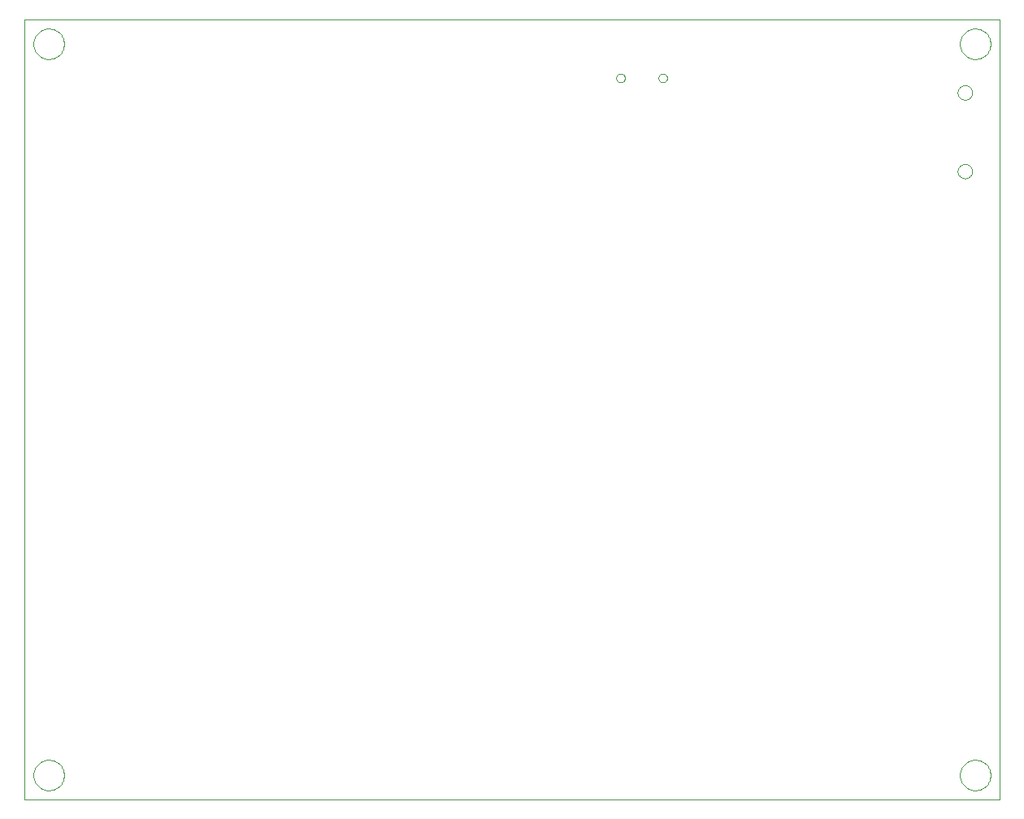
<source format=gbp>
G75*
G70*
%OFA0B0*%
%FSLAX24Y24*%
%IPPOS*%
%LPD*%
%AMOC8*
5,1,8,0,0,1.08239X$1,22.5*
%
%ADD10C,0.0000*%
D10*
X000247Y001996D02*
X000247Y033996D01*
X040247Y033996D01*
X040247Y001996D01*
X000247Y001996D01*
X000622Y002996D02*
X000624Y003046D01*
X000630Y003095D01*
X000640Y003144D01*
X000653Y003191D01*
X000671Y003238D01*
X000692Y003283D01*
X000716Y003326D01*
X000744Y003367D01*
X000775Y003406D01*
X000809Y003442D01*
X000846Y003476D01*
X000886Y003506D01*
X000927Y003533D01*
X000971Y003557D01*
X001016Y003577D01*
X001063Y003593D01*
X001111Y003606D01*
X001160Y003615D01*
X001210Y003620D01*
X001259Y003621D01*
X001309Y003618D01*
X001358Y003611D01*
X001407Y003600D01*
X001454Y003586D01*
X001500Y003567D01*
X001545Y003545D01*
X001588Y003520D01*
X001628Y003491D01*
X001666Y003459D01*
X001702Y003425D01*
X001735Y003387D01*
X001764Y003347D01*
X001790Y003305D01*
X001813Y003261D01*
X001832Y003215D01*
X001848Y003168D01*
X001860Y003119D01*
X001868Y003070D01*
X001872Y003021D01*
X001872Y002971D01*
X001868Y002922D01*
X001860Y002873D01*
X001848Y002824D01*
X001832Y002777D01*
X001813Y002731D01*
X001790Y002687D01*
X001764Y002645D01*
X001735Y002605D01*
X001702Y002567D01*
X001666Y002533D01*
X001628Y002501D01*
X001588Y002472D01*
X001545Y002447D01*
X001500Y002425D01*
X001454Y002406D01*
X001407Y002392D01*
X001358Y002381D01*
X001309Y002374D01*
X001259Y002371D01*
X001210Y002372D01*
X001160Y002377D01*
X001111Y002386D01*
X001063Y002399D01*
X001016Y002415D01*
X000971Y002435D01*
X000927Y002459D01*
X000886Y002486D01*
X000846Y002516D01*
X000809Y002550D01*
X000775Y002586D01*
X000744Y002625D01*
X000716Y002666D01*
X000692Y002709D01*
X000671Y002754D01*
X000653Y002801D01*
X000640Y002848D01*
X000630Y002897D01*
X000624Y002946D01*
X000622Y002996D01*
X024524Y031596D02*
X024526Y031622D01*
X024532Y031648D01*
X024542Y031673D01*
X024555Y031696D01*
X024571Y031716D01*
X024591Y031734D01*
X024613Y031749D01*
X024636Y031761D01*
X024662Y031769D01*
X024688Y031773D01*
X024714Y031773D01*
X024740Y031769D01*
X024766Y031761D01*
X024790Y031749D01*
X024811Y031734D01*
X024831Y031716D01*
X024847Y031696D01*
X024860Y031673D01*
X024870Y031648D01*
X024876Y031622D01*
X024878Y031596D01*
X024876Y031570D01*
X024870Y031544D01*
X024860Y031519D01*
X024847Y031496D01*
X024831Y031476D01*
X024811Y031458D01*
X024789Y031443D01*
X024766Y031431D01*
X024740Y031423D01*
X024714Y031419D01*
X024688Y031419D01*
X024662Y031423D01*
X024636Y031431D01*
X024612Y031443D01*
X024591Y031458D01*
X024571Y031476D01*
X024555Y031496D01*
X024542Y031519D01*
X024532Y031544D01*
X024526Y031570D01*
X024524Y031596D01*
X026256Y031596D02*
X026258Y031622D01*
X026264Y031648D01*
X026274Y031673D01*
X026287Y031696D01*
X026303Y031716D01*
X026323Y031734D01*
X026345Y031749D01*
X026368Y031761D01*
X026394Y031769D01*
X026420Y031773D01*
X026446Y031773D01*
X026472Y031769D01*
X026498Y031761D01*
X026522Y031749D01*
X026543Y031734D01*
X026563Y031716D01*
X026579Y031696D01*
X026592Y031673D01*
X026602Y031648D01*
X026608Y031622D01*
X026610Y031596D01*
X026608Y031570D01*
X026602Y031544D01*
X026592Y031519D01*
X026579Y031496D01*
X026563Y031476D01*
X026543Y031458D01*
X026521Y031443D01*
X026498Y031431D01*
X026472Y031423D01*
X026446Y031419D01*
X026420Y031419D01*
X026394Y031423D01*
X026368Y031431D01*
X026344Y031443D01*
X026323Y031458D01*
X026303Y031476D01*
X026287Y031496D01*
X026274Y031519D01*
X026264Y031544D01*
X026258Y031570D01*
X026256Y031596D01*
X038528Y031000D02*
X038530Y031034D01*
X038536Y031068D01*
X038546Y031101D01*
X038559Y031132D01*
X038577Y031162D01*
X038597Y031190D01*
X038621Y031215D01*
X038647Y031237D01*
X038675Y031255D01*
X038706Y031271D01*
X038738Y031283D01*
X038772Y031291D01*
X038806Y031295D01*
X038840Y031295D01*
X038874Y031291D01*
X038908Y031283D01*
X038940Y031271D01*
X038970Y031255D01*
X038999Y031237D01*
X039025Y031215D01*
X039049Y031190D01*
X039069Y031162D01*
X039087Y031132D01*
X039100Y031101D01*
X039110Y031068D01*
X039116Y031034D01*
X039118Y031000D01*
X039116Y030966D01*
X039110Y030932D01*
X039100Y030899D01*
X039087Y030868D01*
X039069Y030838D01*
X039049Y030810D01*
X039025Y030785D01*
X038999Y030763D01*
X038971Y030745D01*
X038940Y030729D01*
X038908Y030717D01*
X038874Y030709D01*
X038840Y030705D01*
X038806Y030705D01*
X038772Y030709D01*
X038738Y030717D01*
X038706Y030729D01*
X038675Y030745D01*
X038647Y030763D01*
X038621Y030785D01*
X038597Y030810D01*
X038577Y030838D01*
X038559Y030868D01*
X038546Y030899D01*
X038536Y030932D01*
X038530Y030966D01*
X038528Y031000D01*
X038622Y032996D02*
X038624Y033046D01*
X038630Y033095D01*
X038640Y033144D01*
X038653Y033191D01*
X038671Y033238D01*
X038692Y033283D01*
X038716Y033326D01*
X038744Y033367D01*
X038775Y033406D01*
X038809Y033442D01*
X038846Y033476D01*
X038886Y033506D01*
X038927Y033533D01*
X038971Y033557D01*
X039016Y033577D01*
X039063Y033593D01*
X039111Y033606D01*
X039160Y033615D01*
X039210Y033620D01*
X039259Y033621D01*
X039309Y033618D01*
X039358Y033611D01*
X039407Y033600D01*
X039454Y033586D01*
X039500Y033567D01*
X039545Y033545D01*
X039588Y033520D01*
X039628Y033491D01*
X039666Y033459D01*
X039702Y033425D01*
X039735Y033387D01*
X039764Y033347D01*
X039790Y033305D01*
X039813Y033261D01*
X039832Y033215D01*
X039848Y033168D01*
X039860Y033119D01*
X039868Y033070D01*
X039872Y033021D01*
X039872Y032971D01*
X039868Y032922D01*
X039860Y032873D01*
X039848Y032824D01*
X039832Y032777D01*
X039813Y032731D01*
X039790Y032687D01*
X039764Y032645D01*
X039735Y032605D01*
X039702Y032567D01*
X039666Y032533D01*
X039628Y032501D01*
X039588Y032472D01*
X039545Y032447D01*
X039500Y032425D01*
X039454Y032406D01*
X039407Y032392D01*
X039358Y032381D01*
X039309Y032374D01*
X039259Y032371D01*
X039210Y032372D01*
X039160Y032377D01*
X039111Y032386D01*
X039063Y032399D01*
X039016Y032415D01*
X038971Y032435D01*
X038927Y032459D01*
X038886Y032486D01*
X038846Y032516D01*
X038809Y032550D01*
X038775Y032586D01*
X038744Y032625D01*
X038716Y032666D01*
X038692Y032709D01*
X038671Y032754D01*
X038653Y032801D01*
X038640Y032848D01*
X038630Y032897D01*
X038624Y032946D01*
X038622Y032996D01*
X038528Y027771D02*
X038530Y027805D01*
X038536Y027839D01*
X038546Y027872D01*
X038559Y027903D01*
X038577Y027933D01*
X038597Y027961D01*
X038621Y027986D01*
X038647Y028008D01*
X038675Y028026D01*
X038706Y028042D01*
X038738Y028054D01*
X038772Y028062D01*
X038806Y028066D01*
X038840Y028066D01*
X038874Y028062D01*
X038908Y028054D01*
X038940Y028042D01*
X038970Y028026D01*
X038999Y028008D01*
X039025Y027986D01*
X039049Y027961D01*
X039069Y027933D01*
X039087Y027903D01*
X039100Y027872D01*
X039110Y027839D01*
X039116Y027805D01*
X039118Y027771D01*
X039116Y027737D01*
X039110Y027703D01*
X039100Y027670D01*
X039087Y027639D01*
X039069Y027609D01*
X039049Y027581D01*
X039025Y027556D01*
X038999Y027534D01*
X038971Y027516D01*
X038940Y027500D01*
X038908Y027488D01*
X038874Y027480D01*
X038840Y027476D01*
X038806Y027476D01*
X038772Y027480D01*
X038738Y027488D01*
X038706Y027500D01*
X038675Y027516D01*
X038647Y027534D01*
X038621Y027556D01*
X038597Y027581D01*
X038577Y027609D01*
X038559Y027639D01*
X038546Y027670D01*
X038536Y027703D01*
X038530Y027737D01*
X038528Y027771D01*
X038622Y002996D02*
X038624Y003046D01*
X038630Y003095D01*
X038640Y003144D01*
X038653Y003191D01*
X038671Y003238D01*
X038692Y003283D01*
X038716Y003326D01*
X038744Y003367D01*
X038775Y003406D01*
X038809Y003442D01*
X038846Y003476D01*
X038886Y003506D01*
X038927Y003533D01*
X038971Y003557D01*
X039016Y003577D01*
X039063Y003593D01*
X039111Y003606D01*
X039160Y003615D01*
X039210Y003620D01*
X039259Y003621D01*
X039309Y003618D01*
X039358Y003611D01*
X039407Y003600D01*
X039454Y003586D01*
X039500Y003567D01*
X039545Y003545D01*
X039588Y003520D01*
X039628Y003491D01*
X039666Y003459D01*
X039702Y003425D01*
X039735Y003387D01*
X039764Y003347D01*
X039790Y003305D01*
X039813Y003261D01*
X039832Y003215D01*
X039848Y003168D01*
X039860Y003119D01*
X039868Y003070D01*
X039872Y003021D01*
X039872Y002971D01*
X039868Y002922D01*
X039860Y002873D01*
X039848Y002824D01*
X039832Y002777D01*
X039813Y002731D01*
X039790Y002687D01*
X039764Y002645D01*
X039735Y002605D01*
X039702Y002567D01*
X039666Y002533D01*
X039628Y002501D01*
X039588Y002472D01*
X039545Y002447D01*
X039500Y002425D01*
X039454Y002406D01*
X039407Y002392D01*
X039358Y002381D01*
X039309Y002374D01*
X039259Y002371D01*
X039210Y002372D01*
X039160Y002377D01*
X039111Y002386D01*
X039063Y002399D01*
X039016Y002415D01*
X038971Y002435D01*
X038927Y002459D01*
X038886Y002486D01*
X038846Y002516D01*
X038809Y002550D01*
X038775Y002586D01*
X038744Y002625D01*
X038716Y002666D01*
X038692Y002709D01*
X038671Y002754D01*
X038653Y002801D01*
X038640Y002848D01*
X038630Y002897D01*
X038624Y002946D01*
X038622Y002996D01*
X000622Y032996D02*
X000624Y033046D01*
X000630Y033095D01*
X000640Y033144D01*
X000653Y033191D01*
X000671Y033238D01*
X000692Y033283D01*
X000716Y033326D01*
X000744Y033367D01*
X000775Y033406D01*
X000809Y033442D01*
X000846Y033476D01*
X000886Y033506D01*
X000927Y033533D01*
X000971Y033557D01*
X001016Y033577D01*
X001063Y033593D01*
X001111Y033606D01*
X001160Y033615D01*
X001210Y033620D01*
X001259Y033621D01*
X001309Y033618D01*
X001358Y033611D01*
X001407Y033600D01*
X001454Y033586D01*
X001500Y033567D01*
X001545Y033545D01*
X001588Y033520D01*
X001628Y033491D01*
X001666Y033459D01*
X001702Y033425D01*
X001735Y033387D01*
X001764Y033347D01*
X001790Y033305D01*
X001813Y033261D01*
X001832Y033215D01*
X001848Y033168D01*
X001860Y033119D01*
X001868Y033070D01*
X001872Y033021D01*
X001872Y032971D01*
X001868Y032922D01*
X001860Y032873D01*
X001848Y032824D01*
X001832Y032777D01*
X001813Y032731D01*
X001790Y032687D01*
X001764Y032645D01*
X001735Y032605D01*
X001702Y032567D01*
X001666Y032533D01*
X001628Y032501D01*
X001588Y032472D01*
X001545Y032447D01*
X001500Y032425D01*
X001454Y032406D01*
X001407Y032392D01*
X001358Y032381D01*
X001309Y032374D01*
X001259Y032371D01*
X001210Y032372D01*
X001160Y032377D01*
X001111Y032386D01*
X001063Y032399D01*
X001016Y032415D01*
X000971Y032435D01*
X000927Y032459D01*
X000886Y032486D01*
X000846Y032516D01*
X000809Y032550D01*
X000775Y032586D01*
X000744Y032625D01*
X000716Y032666D01*
X000692Y032709D01*
X000671Y032754D01*
X000653Y032801D01*
X000640Y032848D01*
X000630Y032897D01*
X000624Y032946D01*
X000622Y032996D01*
M02*

</source>
